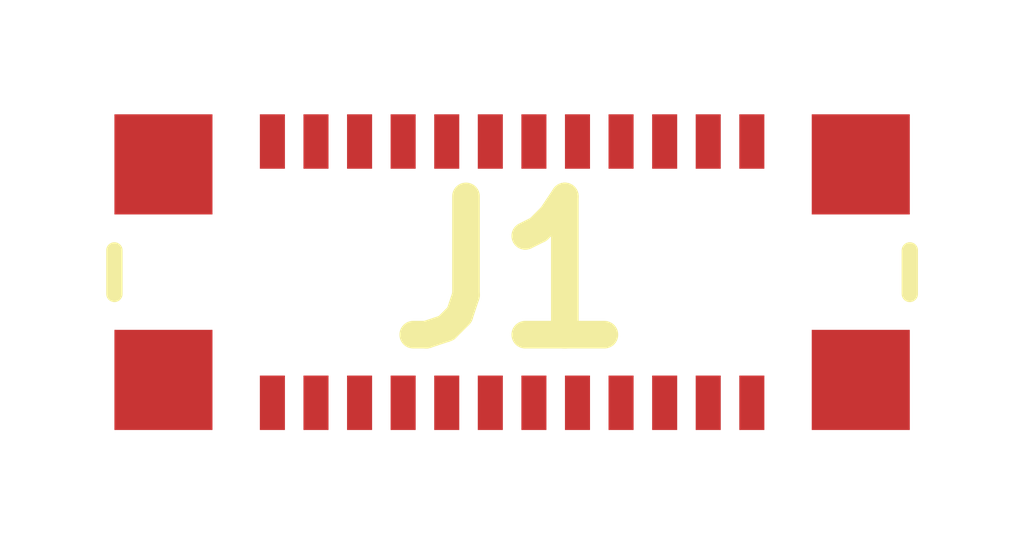
<source format=kicad_pcb>
(kicad_pcb (version 20240108) (generator "pcbnew") (generator_version "8.0")
  (layers (0 "F.Cu" signal) (31 "B.Cu" signal) (34 "B.Paste" user) (35 "F.Paste" user) (36 "B.SilkS" user "B.Silkscreen") (37 "F.SilkS" user "F.Silkscreen") (38 "B.Mask" user) (39 "F.Mask" user) (44 "Edge.Cuts" user))
  (net 0 "")
  (net 1 "/DCX_SCL")
  (net 2 "/D7")
  (net 3 "/D6")
  (net 4 "GND")
  (net 5 "/D5")
  (net 6 "/WR_A0")
  (net 7 "/D2")
  (net 8 "/VSS")
  (net 9 "/RD")
  (net 10 "/LEDK")
  (net 11 "/IM1_2")
  (net 12 "/LEDA")
  (net 13 "/VDDIO")
  (net 14 "/D1")
  (net 16 "/SDA")
  (net 18 "/D3")
  (net 19 "/CS")
  (net 20 "/RES")
  (net 21 "/D0")
  (net 22 "/TE")
  (net 23 "/D4")
  (net 24 "/VDD")
  (footprint "libs:AXE524127" (layer "F.Cu") (at 122.8 84.76)
    (property "Reference" "J1" (at 0 0 0) (layer "F.SilkS") (effects (font (size 1.27 1.27) (thickness 0.254))))
    (property "Value" "Conn_02x12_Odd_Even_MountingPin" (hide yes))
    (fp_line (start -3.65 -0.2) (end -3.65 0.2) (stroke (width 0.15)) (layer "F.SilkS"))
    (fp_line (start 3.65 -0.2) (end 3.65 0.2) (stroke (width 0.15)) (layer "F.SilkS"))
    (pad "1" smd rect (at 2.2 1.2) (size 0.23 0.5) (layers "F.Cu" "F.Paste" "F.Mask") (net 8 "/VSS"))
    (pad "2" smd rect (at 2.2 -1.2) (size 0.23 0.5) (layers "F.Cu" "F.Paste" "F.Mask") (net 6 "/WR_A0"))
    (pad "3" smd rect (at 1.8 1.2) (size 0.23 0.5) (layers "F.Cu" "F.Paste" "F.Mask") (net 11 "/IM1_2"))
    (pad "4" smd rect (at 1.8 -1.2) (size 0.23 0.5) (layers "F.Cu" "F.Paste" "F.Mask") (net 9 "/RD"))
    (pad "5" smd rect (at 1.4 1.2) (size 0.23 0.5) (layers "F.Cu" "F.Paste" "F.Mask") (net 20 "/RES"))
    (pad "6" smd rect (at 1.4 -1.2) (size 0.23 0.5) (layers "F.Cu" "F.Paste" "F.Mask") (net 16 "/SDA"))
    (pad "7" smd rect (at 1 1.2) (size 0.23 0.5) (layers "F.Cu" "F.Paste" "F.Mask"))
    (pad "8" smd rect (at 1 -1.2) (size 0.23 0.5) (layers "F.Cu" "F.Paste" "F.Mask") (net 21 "/D0"))
    (pad "9" smd rect (at 0.6 1.2) (size 0.23 0.5) (layers "F.Cu" "F.Paste" "F.Mask") (net 19 "/CS"))
    (pad "10" smd rect (at 0.6 -1.2) (size 0.23 0.5) (layers "F.Cu" "F.Paste" "F.Mask") (net 14 "/D1"))
    (pad "11" smd rect (at 0.2 1.2) (size 0.23 0.5) (layers "F.Cu" "F.Paste" "F.Mask") (net 1 "/DCX_SCL"))
    (pad "12" smd rect (at 0.2 -1.2) (size 0.23 0.5) (layers "F.Cu" "F.Paste" "F.Mask") (net 7 "/D2"))
    (pad "13" smd rect (at -0.2 1.2) (size 0.23 0.5) (layers "F.Cu" "F.Paste" "F.Mask"))
    (pad "14" smd rect (at -0.2 -1.2) (size 0.23 0.5) (layers "F.Cu" "F.Paste" "F.Mask") (net 18 "/D3"))
    (pad "15" smd rect (at -0.6 1.2) (size 0.23 0.5) (layers "F.Cu" "F.Paste" "F.Mask") (net 13 "/VDDIO"))
    (pad "16" smd rect (at -0.6 -1.2) (size 0.23 0.5) (layers "F.Cu" "F.Paste" "F.Mask") (net 23 "/D4"))
    (pad "17" smd rect (at -1 1.2) (size 0.23 0.5) (layers "F.Cu" "F.Paste" "F.Mask") (net 24 "/VDD"))
    (pad "18" smd rect (at -1 -1.2) (size 0.23 0.5) (layers "F.Cu" "F.Paste" "F.Mask") (net 5 "/D5"))
    (pad "19" smd rect (at -1.4 1.2) (size 0.23 0.5) (layers "F.Cu" "F.Paste" "F.Mask"))
    (pad "20" smd rect (at -1.4 -1.2) (size 0.23 0.5) (layers "F.Cu" "F.Paste" "F.Mask") (net 3 "/D6"))
    (pad "21" smd rect (at -1.8 1.2) (size 0.23 0.5) (layers "F.Cu" "F.Paste" "F.Mask") (net 10 "/LEDK"))
    (pad "22" smd rect (at -1.8 -1.2) (size 0.23 0.5) (layers "F.Cu" "F.Paste" "F.Mask") (net 2 "/D7"))
    (pad "23" smd rect (at -2.2 1.2) (size 0.23 0.5) (layers "F.Cu" "F.Paste" "F.Mask") (net 12 "/LEDA"))
    (pad "24" smd rect (at -2.2 -1.2) (size 0.23 0.5) (layers "F.Cu" "F.Paste" "F.Mask") (net 22 "/TE"))
    (pad "MP" smd rect (at -3.2 -0.99) (size 0.9 0.92) (layers "F.Cu" "F.Paste" "F.Mask") (net 4 "GND"))
    (pad "MP" smd rect (at -3.2 0.99) (size 0.9 0.92) (layers "F.Cu" "F.Paste" "F.Mask") (net 4 "GND"))
    (pad "MP" smd rect (at 3.2 -0.99) (size 0.9 0.92) (layers "F.Cu" "F.Paste" "F.Mask") (net 4 "GND"))
    (pad "MP" smd rect (at 3.2 0.99) (size 0.9 0.92) (layers "F.Cu" "F.Paste" "F.Mask") (net 4 "GND"))
  )
)
</source>
